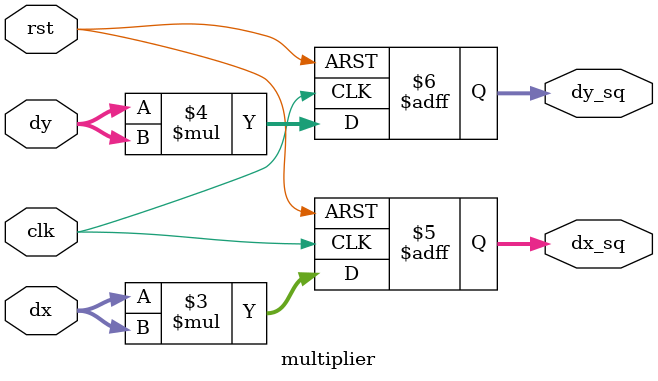
<source format=v>
module multiplier (

    input  wire clk,
    input  wire rst,

    // Inputs from subtraction stage
    input  wire signed [8:0] dx,
    input  wire signed [8:0] dy,

    // Outputs to next pipeline stage
    output reg  signed [17:0] dx_sq,
    output reg  signed [17:0] dy_sq
);

    // Pipeline register stage
    always @(posedge clk or negedge rst) begin
        if (!rst) begin
            dx_sq <= 0;
            dy_sq <= 0;
        end else begin
            dx_sq <= dx * dx; // Square of dx
            dy_sq <= dy * dy; // Square of dy
        end
    end
endmodule

</source>
